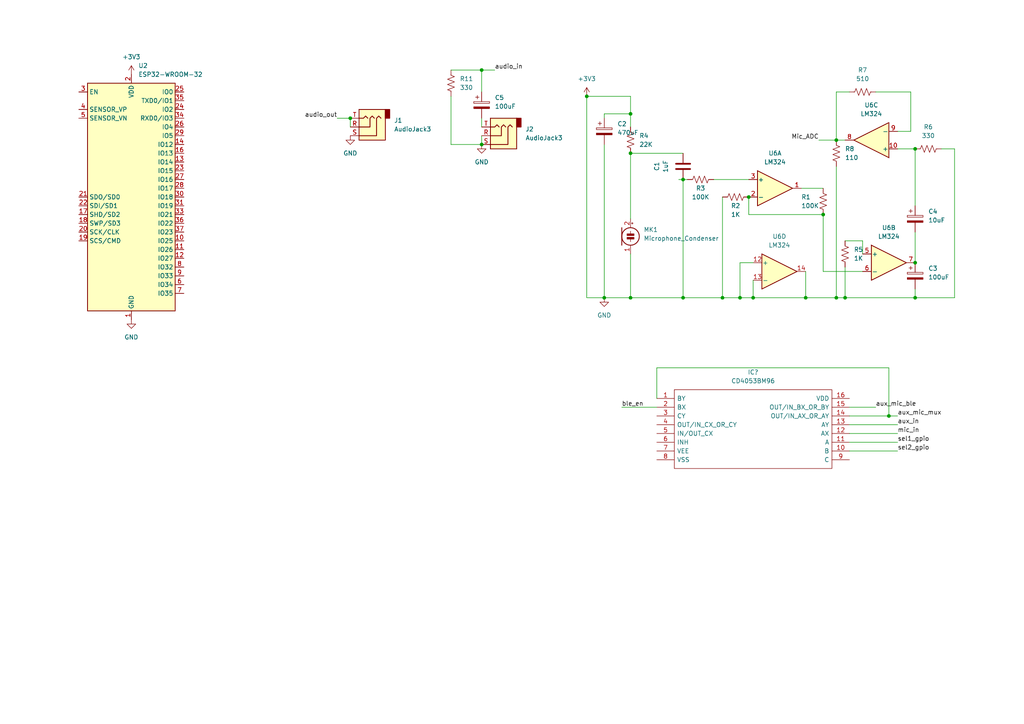
<source format=kicad_sch>
(kicad_sch (version 20211123) (generator eeschema)
  (paper "A4")
  (lib_symbols
    (symbol "74xGxx:74LVC2G00" (pin_names (offset 1.016))
      (property "Reference" "U" (at -2.54 3.81 0))
      (property "Value" "74LVC2G00" (at 0 -3.81 0))
      (symbol "74LVC2G00_0_1"
        (arc (start 0 -2.54) (mid 2.54 0) (end 0 2.54) (stroke (width 0.254)))
        (polyline (pts (xy 0 -2.54) (xy -3.81 -2.54) (xy -3.81 2.54) (xy 0 2.54)) (stroke (width 0.254)))
        (pin power_in line (at 0 -2.54 270) (length 0) hide (name "GND") (number "4"))
        (pin power_in line (at 0 2.54 90) (length 0) hide (name "VCC") (number "8"))
      )
      (symbol "74LVC2G00_1_1"
        (pin input line (at -7.62 1.27 0) (length 3.81) (name "~") (number "1"))
        (pin input line (at -7.62 -1.27 0) (length 3.81) (name "~") (number "2"))
        (pin output inverted (at 6.35 0 180) (length 3.81) (name "~") (number "7"))
      )
      (symbol "74LVC2G00_2_1"
        (pin output inverted (at 6.35 0 180) (length 3.81) (name "~") (number "3"))
        (pin input line (at -7.62 1.27 0) (length 3.81) (name "~") (number "5"))
        (pin input line (at -7.62 -1.27 0) (length 3.81) (name "~") (number "6"))
      )
    )
    (symbol "Amplifier_Operational:LM324" (pin_names (offset 0.127))
      (property "Reference" "U" (at 0 5.08 0))
      (property "Value" "LM324" (at 0 -5.08 0))
      (symbol "LM324_1_1"
        (polyline (pts (xy -5.08 5.08) (xy 5.08 0) (xy -5.08 -5.08) (xy -5.08 5.08)) (stroke (width 0.254)) (fill (type background)))
        (pin output line (at 7.62 0 180) (length 2.54) (name "~") (number "1"))
        (pin input line (at -7.62 -2.54 0) (length 2.54) (name "-") (number "2"))
        (pin input line (at -7.62 2.54 0) (length 2.54) (name "+") (number "3"))
      )
      (symbol "LM324_2_1"
        (polyline (pts (xy -5.08 5.08) (xy 5.08 0) (xy -5.08 -5.08) (xy -5.08 5.08)) (stroke (width 0.254)) (fill (type background)))
        (pin input line (at -7.62 2.54 0) (length 2.54) (name "+") (number "5"))
        (pin input line (at -7.62 -2.54 0) (length 2.54) (name "-") (number "6"))
        (pin output line (at 7.62 0 180) (length 2.54) (name "~") (number "7"))
      )
      (symbol "LM324_3_1"
        (polyline (pts (xy -5.08 5.08) (xy 5.08 0) (xy -5.08 -5.08) (xy -5.08 5.08)) (stroke (width 0.254)) (fill (type background)))
        (pin input line (at -7.62 2.54 0) (length 2.54) (name "+") (number "10"))
        (pin output line (at 7.62 0 180) (length 2.54) (name "~") (number "8"))
        (pin input line (at -7.62 -2.54 0) (length 2.54) (name "-") (number "9"))
      )
      (symbol "LM324_4_1"
        (polyline (pts (xy -5.08 5.08) (xy 5.08 0) (xy -5.08 -5.08) (xy -5.08 5.08)) (stroke (width 0.254)) (fill (type background)))
        (pin input line (at -7.62 2.54 0) (length 2.54) (name "+") (number "12"))
        (pin input line (at -7.62 -2.54 0) (length 2.54) (name "-") (number "13"))
        (pin output line (at 7.62 0 180) (length 2.54) (name "~") (number "14"))
      )
      (symbol "LM324_5_1"
        (pin power_in line (at -2.54 -7.62 90) (length 3.81) (name "V-") (number "11"))
        (pin power_in line (at -2.54 7.62 270) (length 3.81) (name "V+") (number "4"))
      )
    )
    (symbol "Connector:AudioJack3"
      (property "Reference" "J" (at 0 8.89 0))
      (property "Value" "AudioJack3" (at 0 6.35 0))
      (symbol "AudioJack3_0_1"
        (rectangle (start -5.08 -5.08) (end -6.35 -2.54) (stroke (width 0.254)) (fill (type outline)))
        (polyline (pts (xy 0 -2.54) (xy 0.635 -3.175) (xy 1.27 -2.54) (xy 2.54 -2.54)) (stroke (width 0.254)))
        (polyline (pts (xy -1.905 -2.54) (xy -1.27 -3.175) (xy -0.635 -2.54) (xy -0.635 0) (xy 2.54 0)) (stroke (width 0.254)))
        (polyline (pts (xy 2.54 2.54) (xy -2.54 2.54) (xy -2.54 -2.54) (xy -3.175 -3.175) (xy -3.81 -2.54)) (stroke (width 0.254)))
        (rectangle (start 2.54 3.81) (end -5.08 -5.08) (stroke (width 0.254)) (fill (type background)))
      )
      (symbol "AudioJack3_1_1"
        (pin passive line (at 5.08 0 180) (length 2.54) (name "~") (number "R"))
        (pin passive line (at 5.08 2.54 180) (length 2.54) (name "~") (number "S"))
        (pin passive line (at 5.08 -2.54 180) (length 2.54) (name "~") (number "T"))
      )
    )
    (symbol "Device:C" (pin_numbers hide) (pin_names (offset 0.254))
      (property "Reference" "C" (at 0.635 2.54 0))
      (property "Value" "C" (at 0.635 -2.54 0))
      (symbol "C_0_1"
        (polyline (pts (xy -2.032 -0.762) (xy 2.032 -0.762)) (stroke (width 0.508)))
        (polyline (pts (xy -2.032 0.762) (xy 2.032 0.762)) (stroke (width 0.508)))
      )
      (symbol "C_1_1"
        (pin passive line (at 0 3.81 270) (length 2.794) (name "~") (number "1"))
        (pin passive line (at 0 -3.81 90) (length 2.794) (name "~") (number "2"))
      )
    )
    (symbol "Device:C_Polarized" (pin_numbers hide) (pin_names (offset 0.254))
      (property "Reference" "C" (at 0.635 2.54 0))
      (property "Value" "C_Polarized" (at 0.635 -2.54 0))
      (symbol "C_Polarized_0_1"
        (rectangle (start -2.286 0.508) (end 2.286 1.016))
        (polyline (pts (xy -1.778 2.286) (xy -0.762 2.286)))
        (polyline (pts (xy -1.27 2.794) (xy -1.27 1.778)))
        (rectangle (start 2.286 -0.508) (end -2.286 -1.016) (fill (type outline)))
      )
      (symbol "C_Polarized_1_1"
        (pin passive line (at 0 3.81 270) (length 2.794) (name "~") (number "1"))
        (pin passive line (at 0 -3.81 90) (length 2.794) (name "~") (number "2"))
      )
    )
    (symbol "Device:Microphone_Condenser" (pin_names (offset 0.0254) hide)
      (property "Reference" "MK" (at -3.302 1.27 0))
      (property "Value" "Microphone_Condenser" (at -3.302 -0.635 0))
      (symbol "Microphone_Condenser_0_1"
        (polyline (pts (xy -2.54 2.54) (xy -2.54 -2.54)) (stroke (width 0.254)))
        (polyline (pts (xy 0 -0.762) (xy 0 -1.524)))
        (polyline (pts (xy 0 0.762) (xy 0 1.524)))
        (polyline (pts (xy 0.254 3.81) (xy 0.762 3.81)))
        (polyline (pts (xy 0.508 4.064) (xy 0.508 3.556)))
        (circle (center 0 0) (radius 2.54) (stroke (width 0.254)))
        (rectangle (start 1.016 -0.254) (end -1.016 -0.762) (fill (type outline)))
        (rectangle (start 1.016 0.762) (end -1.016 0.254) (fill (type outline)))
      )
      (symbol "Microphone_Condenser_1_1"
        (pin passive line (at 0 -5.08 90) (length 2.54) (name "-") (number "1"))
        (pin passive line (at 0 5.08 270) (length 2.54) (name "+") (number "2"))
      )
    )
    (symbol "Device:R_US" (pin_numbers hide) (pin_names (offset 0))
      (property "Reference" "R" (at 2.54 0 90))
      (property "Value" "R_US" (at -2.54 0 90))
      (symbol "R_US_0_1"
        (polyline (pts (xy 0 -2.286) (xy 0 -2.54)))
        (polyline (pts (xy 0 2.286) (xy 0 2.54)))
        (polyline (pts (xy 0 -0.762) (xy 1.016 -1.143) (xy 0 -1.524) (xy -1.016 -1.905) (xy 0 -2.286)))
        (polyline (pts (xy 0 0.762) (xy 1.016 0.381) (xy 0 0) (xy -1.016 -0.381) (xy 0 -0.762)))
        (polyline (pts (xy 0 2.286) (xy 1.016 1.905) (xy 0 1.524) (xy -1.016 1.143) (xy 0 0.762)))
      )
      (symbol "R_US_1_1"
        (pin passive line (at 0 3.81 270) (length 1.27) (name "~") (number "1"))
        (pin passive line (at 0 -3.81 90) (length 1.27) (name "~") (number "2"))
      )
    )
    (symbol "Diode:1N4148" (pin_numbers hide) (pin_names hide)
      (property "Reference" "D" (at 0 2.54 0))
      (property "Value" "1N4148" (at 0 -2.54 0))
      (symbol "1N4148_0_1"
        (polyline (pts (xy -1.27 1.27) (xy -1.27 -1.27)) (stroke (width 0.254)))
        (polyline (pts (xy 1.27 0) (xy -1.27 0)))
        (polyline (pts (xy 1.27 1.27) (xy 1.27 -1.27) (xy -1.27 0) (xy 1.27 1.27)) (stroke (width 0.254)))
      )
      (symbol "1N4148_1_1"
        (pin passive line (at -3.81 0 0) (length 2.54) (name "K") (number "1"))
        (pin passive line (at 3.81 0 180) (length 2.54) (name "A") (number "2"))
      )
    )
    (symbol "RF_Module:ESP32-WROOM-32"
      (property "Reference" "U" (at -12.7 34.29 0))
      (property "Value" "ESP32-WROOM-32" (at 1.27 34.29 0))
      (symbol "ESP32-WROOM-32_0_1"
        (rectangle (start -12.7 33.02) (end 12.7 -33.02) (stroke (width 0.254)) (fill (type background)))
      )
      (symbol "ESP32-WROOM-32_1_1"
        (pin power_in line (at 0 -35.56 90) (length 2.54) (name "GND") (number "1"))
        (pin bidirectional line (at 15.24 -12.7 180) (length 2.54) (name "IO25") (number "10"))
        (pin bidirectional line (at 15.24 -15.24 180) (length 2.54) (name "IO26") (number "11"))
        (pin bidirectional line (at 15.24 -17.78 180) (length 2.54) (name "IO27") (number "12"))
        (pin bidirectional line (at 15.24 10.16 180) (length 2.54) (name "IO14") (number "13"))
        (pin bidirectional line (at 15.24 15.24 180) (length 2.54) (name "IO12") (number "14"))
        (pin passive line (at 0 -35.56 90) (length 2.54) hide (name "GND") (number "15"))
        (pin bidirectional line (at 15.24 12.7 180) (length 2.54) (name "IO13") (number "16"))
        (pin bidirectional line (at -15.24 -5.08 0) (length 2.54) (name "SHD/SD2") (number "17"))
        (pin bidirectional line (at -15.24 -7.62 0) (length 2.54) (name "SWP/SD3") (number "18"))
        (pin bidirectional line (at -15.24 -12.7 0) (length 2.54) (name "SCS/CMD") (number "19"))
        (pin power_in line (at 0 35.56 270) (length 2.54) (name "VDD") (number "2"))
        (pin bidirectional line (at -15.24 -10.16 0) (length 2.54) (name "SCK/CLK") (number "20"))
        (pin bidirectional line (at -15.24 0 0) (length 2.54) (name "SDO/SD0") (number "21"))
        (pin bidirectional line (at -15.24 -2.54 0) (length 2.54) (name "SDI/SD1") (number "22"))
        (pin bidirectional line (at 15.24 7.62 180) (length 2.54) (name "IO15") (number "23"))
        (pin bidirectional line (at 15.24 25.4 180) (length 2.54) (name "IO2") (number "24"))
        (pin bidirectional line (at 15.24 30.48 180) (length 2.54) (name "IO0") (number "25"))
        (pin bidirectional line (at 15.24 20.32 180) (length 2.54) (name "IO4") (number "26"))
        (pin bidirectional line (at 15.24 5.08 180) (length 2.54) (name "IO16") (number "27"))
        (pin bidirectional line (at 15.24 2.54 180) (length 2.54) (name "IO17") (number "28"))
        (pin bidirectional line (at 15.24 17.78 180) (length 2.54) (name "IO5") (number "29"))
        (pin input line (at -15.24 30.48 0) (length 2.54) (name "EN") (number "3"))
        (pin bidirectional line (at 15.24 0 180) (length 2.54) (name "IO18") (number "30"))
        (pin bidirectional line (at 15.24 -2.54 180) (length 2.54) (name "IO19") (number "31"))
        (pin no_connect line (at -12.7 -27.94 0) (length 2.54) hide (name "NC") (number "32"))
        (pin bidirectional line (at 15.24 -5.08 180) (length 2.54) (name "IO21") (number "33"))
        (pin bidirectional line (at 15.24 22.86 180) (length 2.54) (name "RXD0/IO3") (number "34"))
        (pin bidirectional line (at 15.24 27.94 180) (length 2.54) (name "TXD0/IO1") (number "35"))
        (pin bidirectional line (at 15.24 -7.62 180) (length 2.54) (name "IO22") (number "36"))
        (pin bidirectional line (at 15.24 -10.16 180) (length 2.54) (name "IO23") (number "37"))
        (pin passive line (at 0 -35.56 90) (length 2.54) hide (name "GND") (number "38"))
        (pin passive line (at 0 -35.56 90) (length 2.54) hide (name "GND") (number "39"))
        (pin input line (at -15.24 25.4 0) (length 2.54) (name "SENSOR_VP") (number "4"))
        (pin input line (at -15.24 22.86 0) (length 2.54) (name "SENSOR_VN") (number "5"))
        (pin input line (at 15.24 -25.4 180) (length 2.54) (name "IO34") (number "6"))
        (pin input line (at 15.24 -27.94 180) (length 2.54) (name "IO35") (number "7"))
        (pin bidirectional line (at 15.24 -20.32 180) (length 2.54) (name "IO32") (number "8"))
        (pin bidirectional line (at 15.24 -22.86 180) (length 2.54) (name "IO33") (number "9"))
      )
    )
    (symbol "Regulator_Linear:LT1117-ADJ" (pin_names (offset 0.762))
      (property "Reference" "U" (at -3.81 3.175 0))
      (property "Value" "LT1117-ADJ" (at 0 3.175 0))
      (symbol "LT1117-ADJ_0_1"
        (rectangle (start -5.08 -5.08) (end 5.08 1.905) (stroke (width 0.254)) (fill (type background)))
      )
      (symbol "LT1117-ADJ_1_1"
        (pin input line (at 0 -7.62 90) (length 2.54) (name "ADJ") (number "1"))
        (pin power_out line (at 7.62 0 180) (length 2.54) (name "VO") (number "2"))
        (pin power_in line (at -7.62 0 0) (length 2.54) (name "VI") (number "3"))
      )
    )
    (symbol "SamacSys_Parts:CD4053BM96" (pin_names (offset 0.762))
      (property "Reference" "IC" (at 52.07 7.62 0))
      (property "Value" "CD4053BM96" (at 52.07 5.08 0))
      (symbol "CD4053BM96_0_0"
        (pin passive line (at 0 0 0) (length 5.08) (name "BY") (number "1"))
        (pin passive line (at 55.88 -15.24 180) (length 5.08) (name "B") (number "10"))
        (pin passive line (at 55.88 -12.7 180) (length 5.08) (name "A") (number "11"))
        (pin passive line (at 55.88 -10.16 180) (length 5.08) (name "AX") (number "12"))
        (pin passive line (at 55.88 -7.62 180) (length 5.08) (name "AY") (number "13"))
        (pin passive line (at 55.88 -5.08 180) (length 5.08) (name "OUT/IN_AX_OR_AY") (number "14"))
        (pin passive line (at 55.88 -2.54 180) (length 5.08) (name "OUT/IN_BX_OR_BY") (number "15"))
        (pin passive line (at 55.88 0 180) (length 5.08) (name "VDD") (number "16"))
        (pin passive line (at 0 -2.54 0) (length 5.08) (name "BX") (number "2"))
        (pin passive line (at 0 -5.08 0) (length 5.08) (name "CY") (number "3"))
        (pin passive line (at 0 -7.62 0) (length 5.08) (name "OUT/IN_CX_OR_CY") (number "4"))
        (pin passive line (at 0 -10.16 0) (length 5.08) (name "IN/OUT_CX") (number "5"))
        (pin passive line (at 0 -12.7 0) (length 5.08) (name "INH") (number "6"))
        (pin passive line (at 0 -15.24 0) (length 5.08) (name "VEE") (number "7"))
        (pin passive line (at 0 -17.78 0) (length 5.08) (name "VSS") (number "8"))
        (pin passive line (at 55.88 -17.78 180) (length 5.08) (name "C") (number "9"))
      )
      (symbol "CD4053BM96_0_1"
        (polyline (pts (xy 5.08 2.54) (xy 50.8 2.54) (xy 50.8 -20.32) (xy 5.08 -20.32) (xy 5.08 2.54)) (stroke (width 0.1524)))
      )
    )
    (symbol "Simulation_SPICE:VDC" (pin_numbers hide) (pin_names (offset 0.0254))
      (property "Reference" "V" (at 2.54 2.54 0))
      (property "Value" "VDC" (at 2.54 0 0))
      (property "Spice_Model" "dc(1)" (at 2.54 -2.54 0))
      (symbol "VDC_0_0"
        (polyline (pts (xy -1.27 0.254) (xy 1.27 0.254)))
        (polyline (pts (xy -0.762 -0.254) (xy -1.27 -0.254)))
        (polyline (pts (xy 0.254 -0.254) (xy -0.254 -0.254)))
        (polyline (pts (xy 1.27 -0.254) (xy 0.762 -0.254)))
        (text "+" (at 0 1.905 0) (effects (font (size 1.27 1.27))))
      )
      (symbol "VDC_0_1"
        (circle (center 0 0) (radius 2.54) (stroke (width 0.254)) (fill (type background)))
      )
      (symbol "VDC_1_1"
        (pin passive line (at 0 5.08 270) (length 2.54) (name "~") (number "1"))
        (pin passive line (at 0 -5.08 90) (length 2.54) (name "~") (number "2"))
      )
    )
    (symbol "power:+3V3" (power) (pin_names (offset 0))
      (property "Value" "+3V3" (at 0 3.556 0))
      (symbol "+3V3_0_1"
        (polyline (pts (xy -0.762 1.27) (xy 0 2.54)))
        (polyline (pts (xy 0 0) (xy 0 2.54)))
        (polyline (pts (xy 0 2.54) (xy 0.762 1.27)))
      )
      (symbol "+3V3_1_1"
        (pin power_in line (at 0 0 90) (length 0) hide (name "+3V3") (number "1"))
      )
    )
    (symbol "power:GND" (power) (pin_names (offset 0))
      (property "Value" "GND" (at 0 -3.81 0))
      (symbol "GND_0_1"
        (polyline (pts (xy 0 0) (xy 0 -1.27) (xy 1.27 -1.27) (xy 0 -2.54) (xy -1.27 -1.27) (xy 0 -1.27)))
      )
      (symbol "GND_1_1"
        (pin power_in line (at 0 0 270) (length 0) hide (name "GND") (number "1"))
      )
    )
  )
  (junction (at 233.68 86.36))
  (junction (at 316.23 127))
  (junction (at 139.7 41.91))
  (junction (at -130.81 146.05))
  (junction (at 257.81 120.65))
  (junction (at 242.57 40.64))
  (junction (at 139.7 20.32))
  (junction (at 198.12 52.07))
  (junction (at 101.6 34.29))
  (junction (at 217.17 57.15))
  (junction (at 209.55 86.36))
  (junction (at 182.88 33.02))
  (junction (at -130.81 158.75))
  (junction (at 245.11 86.36))
  (junction (at 170.18 27.94))
  (junction (at 361.95 144.78))
  (junction (at 265.43 86.36))
  (junction (at -68.58 146.05))
  (junction (at 238.76 62.23))
  (junction (at 182.88 44.45))
  (junction (at -101.6 146.05))
  (junction (at 198.12 86.36))
  (junction (at 182.88 86.36))
  (junction (at -115.57 156.21))
  (junction (at -78.74 146.05))
  (junction (at 360.68 144.78))
  (junction (at -92.71 156.21))
  (junction (at 265.43 43.18))
  (junction (at 214.63 86.36))
  (junction (at 314.96 127))
  (junction (at 242.57 86.36))
  (junction (at 218.44 86.36))
  (junction (at -92.71 146.05))
  (junction (at 265.43 76.2))
  (junction (at 175.26 86.36))
  (wire (pts (xy 218.44 81.28) (xy 218.44 86.36)))
  (wire (pts (xy 257.81 120.65) (xy 260.35 120.65)))
  (wire (pts (xy 182.88 44.45) (xy 182.88 63.5)))
  (wire (pts (xy 365.76 147.32) (xy 361.95 147.32)))
  (wire (pts (xy 361.95 144.78) (xy 365.76 144.78)))
  (wire (pts (xy 265.43 83.82) (xy 265.43 86.36)))
  (wire (pts (xy 130.81 20.32) (xy 139.7 20.32)))
  (wire (pts (xy 190.5 106.68) (xy 190.5 115.57)))
  (wire (pts (xy 233.68 78.74) (xy 233.68 86.36)))
  (wire (pts (xy 170.18 27.94) (xy 170.18 86.36)))
  (wire (pts (xy 214.63 76.2) (xy 214.63 86.36)))
  (wire (pts (xy 393.7 143.51) (xy 403.86 143.51)))
  (wire (pts (xy 139.7 39.37) (xy 139.7 41.91)))
  (wire (pts (xy 316.23 127) (xy 314.96 127)))
  (wire (pts (xy 237.49 40.64) (xy 242.57 40.64)))
  (wire (pts (xy 379.73 146.05) (xy 379.73 152.4)))
  (wire (pts (xy 246.38 26.67) (xy 242.57 26.67)))
  (wire (pts (xy 363.22 154.94) (xy 379.73 154.94)))
  (wire (pts (xy 198.12 52.07) (xy 198.12 86.36)))
  (wire (pts (xy 218.44 86.36) (xy 214.63 86.36)))
  (wire (pts (xy 217.17 62.23) (xy 217.17 57.15)))
  (wire (pts (xy 207.01 52.07) (xy 217.17 52.07)))
  (wire (pts (xy 238.76 62.23) (xy 217.17 62.23)))
  (wire (pts (xy -92.71 153.67) (xy -92.71 156.21)))
  (wire (pts (xy 233.68 86.36) (xy 218.44 86.36)))
  (wire (pts (xy 198.12 86.36) (xy 209.55 86.36)))
  (wire (pts (xy 130.81 41.91) (xy 139.7 41.91)))
  (wire (pts (xy -119.38 132.08) (xy -130.81 132.08)))
  (wire (pts (xy 232.41 54.61) (xy 238.76 54.61)))
  (wire (pts (xy 246.38 128.27) (xy 260.35 128.27)))
  (wire (pts (xy 175.26 41.91) (xy 175.26 86.36)))
  (wire (pts (xy 238.76 62.23) (xy 238.76 78.74)))
  (wire (pts (xy 379.73 125.73) (xy 379.73 130.81)))
  (wire (pts (xy -78.74 146.05) (xy -78.74 154.94)))
  (wire (pts (xy 246.38 130.81) (xy 260.35 130.81)))
  (wire (pts (xy 360.68 133.35) (xy 379.73 133.35)))
  (wire (pts (xy 139.7 20.32) (xy 143.51 20.32)))
  (wire (pts (xy -92.71 146.05) (xy -78.74 146.05)))
  (wire (pts (xy 351.79 137.16) (xy 349.25 137.16)))
  (wire (pts (xy 361.95 147.32) (xy 361.95 144.78)))
  (wire (pts (xy -143.51 156.21) (xy -143.51 158.75)))
  (wire (pts (xy 250.19 73.66) (xy 250.19 69.85)))
  (wire (pts (xy 182.88 33.02) (xy 182.88 27.94)))
  (wire (pts (xy -130.81 158.75) (xy -130.81 160.02)))
  (wire (pts (xy 332.74 128.27) (xy 332.74 135.89)))
  (wire (pts (xy 245.11 86.36) (xy 265.43 86.36)))
  (wire (pts (xy 332.74 135.89) (xy 335.28 135.89)))
  (wire (pts (xy 214.63 86.36) (xy 209.55 86.36)))
  (wire (pts (xy 242.57 48.26) (xy 242.57 86.36)))
  (wire (pts (xy -143.51 158.75) (xy -130.81 158.75)))
  (wire (pts (xy -115.57 153.67) (xy -115.57 156.21)))
  (wire (pts (xy -68.58 162.56) (xy -68.58 163.83)))
  (wire (pts (xy 139.7 34.29) (xy 139.7 36.83)))
  (wire (pts (xy 265.43 43.18) (xy 260.35 43.18)))
  (wire (pts (xy 182.88 33.02) (xy 175.26 33.02)))
  (wire (pts (xy 130.81 27.94) (xy 130.81 41.91)))
  (wire (pts (xy 316.23 129.54) (xy 316.23 127)))
  (wire (pts (xy 318.77 129.54) (xy 316.23 129.54)))
  (wire (pts (xy 351.79 127) (xy 351.79 137.16)))
  (wire (pts (xy 393.7 140.97) (xy 403.86 140.97)))
  (wire (pts (xy 182.88 33.02) (xy 182.88 36.83)))
  (wire (pts (xy 209.55 57.15) (xy 209.55 86.36)))
  (wire (pts (xy 360.68 144.78) (xy 360.68 133.35)))
  (wire (pts (xy 349.25 114.3) (xy 351.79 114.3)))
  (wire (pts (xy -78.74 162.56) (xy -78.74 163.83)))
  (wire (pts (xy 242.57 40.64) (xy 245.11 40.64)))
  (wire (pts (xy 170.18 86.36) (xy 175.26 86.36)))
  (wire (pts (xy 242.57 86.36) (xy 245.11 86.36)))
  (wire (pts (xy 170.18 27.94) (xy 182.88 27.94)))
  (wire (pts (xy 260.35 38.1) (xy 264.16 38.1)))
  (wire (pts (xy 175.26 86.36) (xy 182.88 86.36)))
  (wire (pts (xy 254 26.67) (xy 264.16 26.67)))
  (wire (pts (xy 97.79 34.29) (xy 101.6 34.29)))
  (wire (pts (xy -130.81 146.05) (xy -143.51 146.05)))
  (wire (pts (xy 250.19 69.85) (xy 245.11 69.85)))
  (wire (pts (xy -115.57 156.21) (xy -115.57 161.29)))
  (wire (pts (xy 182.88 73.66) (xy 182.88 86.36)))
  (wire (pts (xy 257.81 106.68) (xy 190.5 106.68)))
  (wire (pts (xy 242.57 26.67) (xy 242.57 40.64)))
  (wire (pts (xy 246.38 118.11) (xy 254 118.11)))
  (wire (pts (xy 246.38 125.73) (xy 260.35 125.73)))
  (wire (pts (xy 196.85 52.07) (xy 198.12 52.07)))
  (wire (pts (xy 238.76 78.74) (xy 250.19 78.74)))
  (wire (pts (xy 242.57 86.36) (xy 233.68 86.36)))
  (wire (pts (xy 139.7 26.67) (xy 139.7 20.32)))
  (wire (pts (xy 365.76 125.73) (xy 379.73 125.73)))
  (wire (pts (xy 308.61 138.43) (xy 335.28 138.43)))
  (wire (pts (xy 316.23 127) (xy 318.77 127)))
  (wire (pts (xy -130.81 146.05) (xy -130.81 151.13)))
  (wire (pts (xy -92.71 156.21) (xy -92.71 161.29)))
  (wire (pts (xy 182.88 44.45) (xy 198.12 44.45)))
  (wire (pts (xy -115.57 168.91) (xy -115.57 170.18)))
  (wire (pts (xy 182.88 86.36) (xy 198.12 86.36)))
  (wire (pts (xy -68.58 146.05) (xy -60.96 146.05)))
  (wire (pts (xy 337.82 144.78) (xy 360.68 144.78)))
  (wire (pts (xy -101.6 132.08) (xy -111.76 132.08)))
  (wire (pts (xy -115.57 156.21) (xy -92.71 156.21)))
  (wire (pts (xy 335.28 115.57) (xy 314.96 115.57)))
  (wire (pts (xy 101.6 34.29) (xy 101.6 36.83)))
  (wire (pts (xy -107.95 146.05) (xy -101.6 146.05)))
  (wire (pts (xy 246.38 123.19) (xy 260.35 123.19)))
  (wire (pts (xy 308.61 113.03) (xy 335.28 113.03)))
  (wire (pts (xy 393.7 153.67) (xy 393.7 143.51)))
  (wire (pts (xy 360.68 144.78) (xy 361.95 144.78)))
  (wire (pts (xy 175.26 33.02) (xy 175.26 34.29)))
  (wire (pts (xy -130.81 132.08) (xy -130.81 146.05)))
  (wire (pts (xy 265.43 59.69) (xy 265.43 43.18)))
  (wire (pts (xy -78.74 146.05) (xy -68.58 146.05)))
  (wire (pts (xy -123.19 146.05) (xy -130.81 146.05)))
  (wire (pts (xy 265.43 67.31) (xy 265.43 76.2)))
  (wire (pts (xy 198.12 52.07) (xy 199.39 52.07)))
  (wire (pts (xy -68.58 146.05) (xy -68.58 154.94)))
  (wire (pts (xy 257.81 120.65) (xy 257.81 106.68)))
  (wire (pts (xy 245.11 77.47) (xy 245.11 86.36)))
  (wire (pts (xy 276.86 43.18) (xy 276.86 86.36)))
  (wire (pts (xy 264.16 38.1) (xy 264.16 26.67)))
  (wire (pts (xy 351.79 114.3) (xy 351.79 124.46)))
  (wire (pts (xy 417.83 142.24) (xy 425.45 142.24)))
  (wire (pts (xy 393.7 132.08) (xy 393.7 140.97)))
  (wire (pts (xy 246.38 120.65) (xy 257.81 120.65)))
  (wire (pts (xy 308.61 127) (xy 314.96 127)))
  (wire (pts (xy -101.6 146.05) (xy -101.6 132.08)))
  (wire (pts (xy 314.96 115.57) (xy 314.96 127)))
  (wire (pts (xy 180.34 118.11) (xy 190.5 118.11)))
  (wire (pts (xy 218.44 76.2) (xy 214.63 76.2)))
  (wire (pts (xy 273.05 43.18) (xy 276.86 43.18)))
  (wire (pts (xy 276.86 86.36) (xy 265.43 86.36)))
  (wire (pts (xy -92.71 168.91) (xy -92.71 170.18)))
  (wire (pts (xy -101.6 146.05) (xy -92.71 146.05)))
  (label "sel1" (at 308.61 127 0))
  (label "Mic_ADC" (at 237.49 40.64 180))
  (label "aux_in" (at 260.35 123.19 0))
  (label "sel_out" (at 425.45 142.24 0))
  (label "audio_out" (at 97.79 34.29 180))
  (label "aux_mic_ble" (at 254 118.11 0))
  (label "sel1_gpio" (at 260.35 128.27 0))
  (label "aux_mic_mux" (at 260.35 120.65 0))
  (label "mic_in" (at 260.35 125.73 0))
  (label "sel_in3" (at 363.22 154.94 0))
  (label "ble_en" (at 180.34 118.11 0))
  (label "sel_in2" (at 308.61 138.43 0))
  (label "Power5V" (at -60.96 146.05 0))
  (label "sel2" (at 337.82 144.78 0))
  (label "audio_in" (at 143.51 20.32 0))
  (label "sel2_gpio" (at 260.35 130.81 0))
  (label "sel_in1" (at 308.61 113.03 0))
  (symbol (lib_id "74xGxx:74LVC2G00") (at 342.9 114.3 0) (unit 1)
    (property "Reference" "U3" (at 342.265 106.68 0))
    (property "Value" "74LVC2G00" (at 342.265 109.22 0))
    (property "Footprint" "Package_SO:SSOP-8_2.95x2.8mm_P0.65mm" (effects hide))
    (property "Datasheet" "http://www.ti.com/lit/sg/scyt129e/scyt129e.pdf" (effects hide))
  )
  (symbol (lib_id "power:GND") (at -130.81 160.02 0) (unit 1)
    (property "Reference" "#PWR01" (effects hide))
    (property "Value" "GND" (at -130.81 165.1 0))
  )
  (symbol (lib_id "Device:R_US") (at 130.81 24.13 0) (unit 1)
    (property "Reference" "R11" (at 133.35 22.8599 0) (effects (justify left)))
    (property "Value" "330" (at 133.35 25.3999 0) (effects (justify left)))
  )
  (symbol (lib_id "74xGxx:74LVC2G00") (at 373.38 146.05 0) (unit 1)
    (property "Reference" "U5" (at 372.745 138.43 0))
    (property "Value" "74LVC2G00" (at 372.745 140.97 0))
    (property "Footprint" "Package_SO:SSOP-8_2.95x2.8mm_P0.65mm" (effects hide))
    (property "Datasheet" "http://www.ti.com/lit/sg/scyt129e/scyt129e.pdf" (effects hide))
  )
  (symbol (lib_id "74xGxx:74LVC2G00") (at 387.35 153.67 0) (unit 1)
    (property "Reference" "U7" (at 386.715 146.05 0))
    (property "Value" "74LVC2G00" (at 386.715 148.59 0))
    (property "Footprint" "Package_SO:SSOP-8_2.95x2.8mm_P0.65mm" (effects hide))
    (property "Datasheet" "http://www.ti.com/lit/sg/scyt129e/scyt129e.pdf" (effects hide))
  )
  (symbol (lib_id "Amplifier_Operational:LM324") (at 224.79 54.61 0) (unit 1)
    (property "Reference" "U6" (at 224.79 44.45 0))
    (property "Value" "LM324" (at 224.79 46.99 0))
    (property "Footprint" "Package_DIP:DIP-14_W7.62mm" (effects hide))
    (property "Datasheet" "http://www.ti.com/lit/ds/symlink/lm2902-n.pdf" (effects hide))
  )
  (symbol (lib_id "power:GND") (at -78.74 163.83 0) (unit 1)
    (property "Reference" "#PWR04" (effects hide))
    (property "Value" "GND" (at -78.74 168.91 0))
  )
  (symbol (lib_id "Connector:AudioJack3") (at 144.78 39.37 180) (unit 1)
    (property "Reference" "J2" (at 152.4 37.4649 0) (effects (justify right)))
    (property "Value" "AudioJack3" (at 152.4 40.0049 0) (effects (justify right)))
    (property "Footprint" "Connector_Audio:Jack_3.5mm_CUI_SJ-3523-SMT_Horizontal" (effects hide))
    (property "Datasheet" "https://www.cuidevices.com/product/resource/sj-352x-smt.pdf" (effects hide))
  )
  (symbol (lib_id "power:GND") (at -115.57 170.18 0) (unit 1)
    (property "Reference" "#PWR02" (effects hide))
    (property "Value" "GND" (at -115.57 175.26 0))
  )
  (symbol (lib_id "power:GND") (at 101.6 39.37 0) (unit 1)
    (property "Reference" "#PWR08" (effects hide))
    (property "Value" "GND" (at 101.6 44.45 0))
  )
  (symbol (lib_id "Device:C_Polarized") (at 265.43 63.5 0) (unit 1)
    (property "Reference" "C4" (at 269.24 61.3409 0) (effects (justify left)))
    (property "Value" "10uF" (at 269.24 63.8809 0) (effects (justify left)))
  )
  (symbol (lib_id "Amplifier_Operational:LM324") (at 257.81 76.2 0) (unit 2)
    (property "Reference" "U6" (at 257.81 66.04 0))
    (property "Value" "LM324" (at 257.81 68.58 0))
    (property "Footprint" "Package_DIP:DIP-14_W7.62mm" (effects hide))
    (property "Datasheet" "http://www.ti.com/lit/ds/symlink/lm2902-n.pdf" (effects hide))
  )
  (symbol (lib_id "power:+3V3") (at 170.18 27.94 0) (unit 1)
    (property "Reference" "#PWR010" (effects hide))
    (property "Value" "+3V3" (at 170.18 22.86 0))
  )
  (symbol (lib_id "Device:R_US") (at 238.76 58.42 0) (unit 1)
    (property "Reference" "R1" (at 232.41 57.15 0) (effects (justify left)))
    (property "Value" "100K" (at 232.41 59.69 0) (effects (justify left)))
  )
  (symbol (lib_id "RF_Module:ESP32-WROOM-32") (at 38.1 57.15 0) (unit 1)
    (property "Reference" "U2" (at 40.1194 19.05 0) (effects (justify left)))
    (property "Value" "ESP32-WROOM-32" (at 40.1194 21.59 0) (effects (justify left)))
    (property "Footprint" "RF_Module:ESP32-WROOM-32" (effects hide))
    (property "Datasheet" "https://www.espressif.com/sites/default/files/documentation/esp32-wroom-32_datasheet_en.pdf" (effects hide))
  )
  (symbol (lib_id "Device:C_Polarized") (at -78.74 158.75 0) (unit 1)
    (property "Reference" "C1" (at -74.93 156.5909 0) (effects (justify left)))
    (property "Value" "150uF" (at -74.93 159.1309 0) (effects (justify left)))
  )
  (symbol (lib_id "power:GND") (at 175.26 86.36 0) (unit 1)
    (property "Reference" "#PWR011" (effects hide))
    (property "Value" "GND" (at 175.26 91.44 0))
  )
  (symbol (lib_id "74xGxx:74LVC2G00") (at 387.35 132.08 0) (unit 2)
    (property "Reference" "U5" (at 386.715 124.46 0))
    (property "Value" "74LVC2G00" (at 386.715 127 0))
    (property "Footprint" "Package_SO:SSOP-8_2.95x2.8mm_P0.65mm" (effects hide))
    (property "Datasheet" "http://www.ti.com/lit/sg/scyt129e/scyt129e.pdf" (effects hide))
  )
  (symbol (lib_id "Device:C_Polarized") (at -130.81 154.94 0) (unit 1)
    (property "Reference" "C2" (at -127 152.7809 0) (effects (justify left)))
    (property "Value" "10uF" (at -127 155.3209 0) (effects (justify left)))
  )
  (symbol (lib_id "power:GND") (at 38.1 92.71 0) (unit 1)
    (property "Reference" "#PWR07" (effects hide))
    (property "Value" "GND" (at 38.1 97.79 0))
  )
  (symbol (lib_id "Device:C_Polarized") (at 265.43 80.01 0) (unit 1)
    (property "Reference" "C3" (at 269.24 77.8509 0) (effects (justify left)))
    (property "Value" "100uF" (at 269.24 80.3909 0) (effects (justify left)))
  )
  (symbol (lib_id "Regulator_Linear:LT1117-ADJ") (at -115.57 146.05 0) (unit 1)
    (property "Reference" "U1" (at -115.57 138.43 0))
    (property "Value" "LT1117-ADJ" (at -115.57 140.97 0))
    (property "Datasheet" "https://www.analog.com/media/en/technical-documentation/data-sheets/1117fd.pdf" (effects hide))
  )
  (symbol (lib_id "Device:C_Polarized") (at -115.57 165.1 0) (unit 1)
    (property "Reference" "C3" (at -111.76 162.9409 0) (effects (justify left)))
    (property "Value" "10uF" (at -111.76 165.4809 0) (effects (justify left)))
  )
  (symbol (lib_id "Device:R_US") (at 203.2 52.07 90) (unit 1)
    (property "Reference" "R3" (at 203.2 54.61 90))
    (property "Value" "100K" (at 203.2 57.15 90))
  )
  (symbol (lib_id "Diode:1N4148") (at -115.57 132.08 0) (unit 1)
    (property "Reference" "D1" (at -115.57 125.73 0))
    (property "Value" "1N4148" (at -115.57 128.27 0))
    (property "Footprint" "Diode_THT:D_DO-35_SOD27_P7.62mm_Horizontal" (effects hide))
    (property "Datasheet" "https://assets.nexperia.com/documents/data-sheet/1N4148_1N4448.pdf" (effects hide))
  )
  (symbol (lib_id "power:GND") (at -68.58 163.83 0) (unit 1)
    (property "Reference" "#PWR05" (effects hide))
    (property "Value" "GND" (at -68.58 168.91 0))
  )
  (symbol (lib_id "Device:R_US") (at 213.36 57.15 90) (unit 1)
    (property "Reference" "R2" (at 213.36 59.69 90))
    (property "Value" "1K" (at 213.36 62.23 90))
  )
  (symbol (lib_id "Device:R_US") (at -68.58 158.75 0) (unit 1)
    (property "Reference" "Rload1" (at -66.04 157.4799 0) (effects (justify left)))
    (property "Value" "6.25" (at -66.04 160.0199 0) (effects (justify left)))
  )
  (symbol (lib_id "Simulation_SPICE:VDC") (at -143.51 151.13 0) (unit 1)
    (property "Reference" "V1" (at -139.7 148.4001 0) (effects (justify left)))
    (property "Value" "12" (at -139.7 150.9401 0) (effects (justify left)))
    (property "Spice_Netlist_Enabled" "Y" (effects hide))
    (property "Spice_Primitive" "V" (effects hide))
    (property "Spice_Model" "dc(1)" (at -139.7 153.4801 0) (effects (justify left)))
  )
  (symbol (lib_id "Device:C") (at 198.12 48.26 0) (unit 1)
    (property "Reference" "C1" (at 190.5 48.26 90))
    (property "Value" "1uF" (at 193.04 48.26 90))
  )
  (symbol (lib_id "power:GND") (at 139.7 41.91 0) (unit 1)
    (property "Reference" "#PWR09" (effects hide))
    (property "Value" "GND" (at 139.7 46.99 0))
  )
  (symbol (lib_id "Device:R_US") (at 182.88 40.64 180) (unit 1)
    (property "Reference" "R4" (at 185.42 39.3699 0) (effects (justify right)))
    (property "Value" "22K" (at 185.42 41.9099 0) (effects (justify right)))
  )
  (symbol (lib_id "power:GND") (at -92.71 170.18 0) (unit 1)
    (property "Reference" "#PWR03" (effects hide))
    (property "Value" "GND" (at -92.71 175.26 0))
  )
  (symbol (lib_id "74xGxx:74LVC2G00") (at 342.9 137.16 0) (unit 1)
    (property "Reference" "U4" (at 342.265 129.54 0))
    (property "Value" "74LVC2G00" (at 342.265 132.08 0))
    (property "Footprint" "Package_SO:SSOP-8_2.95x2.8mm_P0.65mm" (effects hide))
    (property "Datasheet" "http://www.ti.com/lit/sg/scyt129e/scyt129e.pdf" (effects hide))
  )
  (symbol (lib_id "Device:R_US") (at 250.19 26.67 90) (unit 1)
    (property "Reference" "R7" (at 250.19 20.32 90))
    (property "Value" "510" (at 250.19 22.86 90))
  )
  (symbol (lib_id "Device:C_Polarized") (at 139.7 30.48 0) (unit 1)
    (property "Reference" "C5" (at 143.51 28.3209 0) (effects (justify left)))
    (property "Value" "100uF" (at 143.51 30.8609 0) (effects (justify left)))
  )
  (symbol (lib_id "74xGxx:74LVC2G00") (at 359.41 125.73 0) (unit 2)
    (property "Reference" "U4" (at 358.775 118.11 0))
    (property "Value" "74LVC2G00" (at 358.775 120.65 0))
    (property "Footprint" "Package_SO:SSOP-8_2.95x2.8mm_P0.65mm" (effects hide))
    (property "Datasheet" "http://www.ti.com/lit/sg/scyt129e/scyt129e.pdf" (effects hide))
  )
  (symbol (lib_id "Device:R_US") (at 242.57 44.45 0) (unit 1)
    (property "Reference" "R8" (at 245.11 43.1799 0) (effects (justify left)))
    (property "Value" "110" (at 245.11 45.7199 0) (effects (justify left)))
  )
  (symbol (lib_id "Amplifier_Operational:LM324") (at 252.73 40.64 180) (unit 3)
    (property "Reference" "U6" (at 252.73 30.48 0))
    (property "Value" "LM324" (at 252.73 33.02 0))
    (property "Footprint" "Package_DIP:DIP-14_W7.62mm" (effects hide))
    (property "Datasheet" "http://www.ti.com/lit/ds/symlink/lm2902-n.pdf" (effects hide))
  )
  (symbol (lib_id "Device:R_US") (at 269.24 43.18 90) (unit 1)
    (property "Reference" "R6" (at 269.24 36.83 90))
    (property "Value" "330" (at 269.24 39.37 90))
  )
  (symbol (lib_id "Device:Microphone_Condenser") (at 182.88 68.58 0) (unit 1)
    (property "Reference" "MK1" (at 186.69 66.6114 0) (effects (justify left)))
    (property "Value" "Microphone_Condenser" (at 186.69 69.1514 0) (effects (justify left)))
  )
  (symbol (lib_id "SamacSys_Parts:CD4053BM96") (at 190.5 115.57 0) (unit 1)
    (property "Reference" "IC?" (at 218.44 107.95 0))
    (property "Value" "CD4053BM96" (at 218.44 110.49 0))
    (property "Footprint" "SamacSys_Parts:SOIC127P600X175-16N" (effects hide))
    (property "Datasheet" "http://www.ti.com/lit/ds/symlink/cd4053b.pdf" (effects hide))
    (property "Description" "CD4053BM96, Multiplexer/Demultiplexer Triple 2:1, 12 V, 15 V, 18 V, 5 V, 9 V, 16-Pin, SOIC, 3" (effects hide))
    (property "Height" "1.75" (effects hide))
    (property "Manufacturer_Name" "Texas Instruments" (effects hide))
    (property "Manufacturer_Part_Number" "CD4053BM96" (effects hide))
    (property "Mouser Part Number" "595-CD4053BM96" (effects hide))
    (property "Mouser Price/Stock" "https://www.mouser.co.uk/ProductDetail/Texas-Instruments/CD4053BM96?qs=OorDGPQ79Ep5cDFwXcD0Eg%3D%3D" (effects hide))
    (property "Arrow Part Number" "CD4053BM96" (effects hide))
    (property "Arrow Price/Stock" "https://www.arrow.com/en/products/cd4053bm96/texas-instruments" (effects hide))
  )
  (symbol (lib_id "Connector:AudioJack3") (at 106.68 36.83 180) (unit 1)
    (property "Reference" "J1" (at 114.3 34.9249 0) (effects (justify right)))
    (property "Value" "AudioJack3" (at 114.3 37.4649 0) (effects (justify right)))
    (property "Footprint" "Connector_Audio:Jack_3.5mm_CUI_SJ-3523-SMT_Horizontal" (effects hide))
    (property "Datasheet" "https://www.cuidevices.com/product/resource/sj-352x-smt.pdf" (effects hide))
  )
  (symbol (lib_id "power:+3V3") (at 38.1 21.59 0) (unit 1)
    (property "Reference" "#PWR06" (effects hide))
    (property "Value" "+3V3" (at 38.1 16.51 0))
  )
  (symbol (lib_id "Amplifier_Operational:LM324") (at 226.06 78.74 0) (unit 4)
    (property "Reference" "U6" (at 226.06 68.58 0))
    (property "Value" "LM324" (at 226.06 71.12 0))
    (property "Footprint" "Package_DIP:DIP-14_W7.62mm" (effects hide))
    (property "Datasheet" "http://www.ti.com/lit/ds/symlink/lm2902-n.pdf" (effects hide))
  )
  (symbol (lib_id "74xGxx:74LVC2G00") (at 411.48 142.24 0) (unit 2)
    (property "Reference" "U7" (at 411.48 134.62 0))
    (property "Value" "74LVC2G00" (at 410.845 137.16 0))
    (property "Footprint" "Package_SO:SSOP-8_2.95x2.8mm_P0.65mm" (effects hide))
    (property "Datasheet" "http://www.ti.com/lit/sg/scyt129e/scyt129e.pdf" (effects hide))
  )
  (symbol (lib_id "Device:C_Polarized") (at 175.26 38.1 0) (unit 1)
    (property "Reference" "C2" (at 179.07 35.9409 0) (effects (justify left)))
    (property "Value" "470uF" (at 179.07 38.4809 0) (effects (justify left)))
  )
  (symbol (lib_id "Device:R_US") (at -92.71 149.86 0) (unit 1)
    (property "Reference" "R1" (at -90.17 148.5899 0) (effects (justify left)))
    (property "Value" "100" (at -90.17 151.1299 0) (effects (justify left)))
  )
  (symbol (lib_id "74xGxx:74LVC2G00") (at 326.39 128.27 0) (unit 2)
    (property "Reference" "U3" (at 325.755 120.65 0))
    (property "Value" "74LVC2G00" (at 325.755 123.19 0))
    (property "Footprint" "Package_SO:SSOP-8_2.95x2.8mm_P0.65mm" (effects hide))
    (property "Datasheet" "http://www.ti.com/lit/sg/scyt129e/scyt129e.pdf" (effects hide))
  )
  (symbol (lib_id "Device:R_US") (at 245.11 73.66 180) (unit 1)
    (property "Reference" "R5" (at 247.65 72.3899 0) (effects (justify right)))
    (property "Value" "1K" (at 247.65 74.9299 0) (effects (justify right)))
  )
  (symbol (lib_id "Device:R_US") (at -92.71 165.1 0) (unit 1)
    (property "Reference" "R2" (at -90.17 163.8299 0) (effects (justify left)))
    (property "Value" "300" (at -90.17 166.3699 0) (effects (justify left)))
  )
)
</source>
